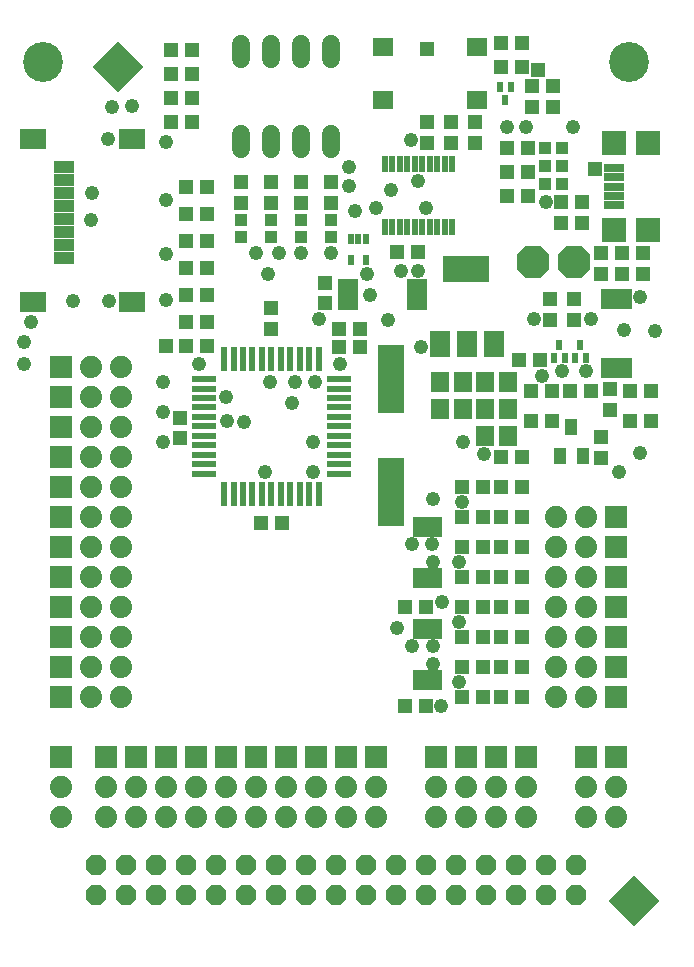
<source format=gts>
G75*
%MOIN*%
%OFA0B0*%
%FSLAX25Y25*%
%IPPOS*%
%LPD*%
%AMOC8*
5,1,8,0,0,1.08239X$1,22.5*
%
%ADD10R,0.05052X0.04934*%
%ADD11R,0.05918X0.07099*%
%ADD12R,0.04934X0.05052*%
%ADD13R,0.03950X0.03950*%
%ADD14OC8,0.06800*%
%ADD15C,0.13300*%
%ADD16R,0.07400X0.07400*%
%ADD17C,0.07400*%
%ADD18R,0.06706X0.03950*%
%ADD19R,0.08674X0.06509*%
%ADD20R,0.07099X0.02769*%
%ADD21R,0.08477X0.08477*%
%ADD22R,0.02375X0.03359*%
%ADD23R,0.05131X0.04737*%
%ADD24R,0.04737X0.05131*%
%ADD25C,0.06000*%
%ADD26OC8,0.10850*%
%ADD27R,0.08280X0.02375*%
%ADD28R,0.02375X0.08280*%
%ADD29R,0.06509X0.02572*%
%ADD30R,0.04343X0.05524*%
%ADD31R,0.02572X0.06706*%
%ADD32R,0.06700X0.08700*%
%ADD33R,0.15800X0.08700*%
%ADD34R,0.01981X0.06509*%
%ADD35R,0.09100X0.22800*%
%ADD36R,0.06902X0.05918*%
%ADD37R,0.02300X0.05300*%
%ADD38R,0.12000X0.12000*%
%ADD39R,0.02375X0.03556*%
%ADD40C,0.04762*%
%ADD41R,0.04762X0.04762*%
D10*
X0142605Y0251855D03*
X0142605Y0258745D03*
X0173105Y0288355D03*
X0173105Y0295245D03*
X0225005Y0350255D03*
X0225005Y0357145D03*
X0260105Y0362355D03*
X0260105Y0369245D03*
X0267105Y0369245D03*
X0267105Y0362355D03*
X0283105Y0313545D03*
X0283105Y0306655D03*
X0290105Y0306655D03*
X0290105Y0313545D03*
X0297105Y0313545D03*
X0297105Y0306655D03*
X0283105Y0252245D03*
X0283105Y0245355D03*
D11*
X0252042Y0252800D03*
X0244168Y0252800D03*
X0244168Y0261800D03*
X0237042Y0261800D03*
X0229168Y0261800D03*
X0229168Y0270800D03*
X0237042Y0270800D03*
X0244168Y0270800D03*
X0252042Y0270800D03*
X0252042Y0261800D03*
D12*
X0255760Y0278000D03*
X0262650Y0278000D03*
X0243550Y0235800D03*
X0236660Y0235800D03*
X0236660Y0225800D03*
X0243550Y0225800D03*
X0243550Y0215800D03*
X0236660Y0215800D03*
X0236660Y0205800D03*
X0243550Y0205800D03*
X0243550Y0195800D03*
X0236660Y0195800D03*
X0236660Y0185800D03*
X0243550Y0185800D03*
X0243550Y0175800D03*
X0236660Y0175800D03*
X0236660Y0165800D03*
X0243550Y0165800D03*
X0224550Y0162800D03*
X0217660Y0162800D03*
X0217660Y0195800D03*
X0224550Y0195800D03*
X0176550Y0223800D03*
X0169660Y0223800D03*
X0151550Y0282800D03*
X0144660Y0282800D03*
X0195660Y0282200D03*
X0195660Y0288300D03*
X0202550Y0288300D03*
X0202550Y0282200D03*
X0214960Y0314100D03*
X0221850Y0314100D03*
X0269660Y0323800D03*
X0276550Y0323800D03*
X0256550Y0383800D03*
X0249660Y0383800D03*
D13*
X0264152Y0348800D03*
X0270058Y0348800D03*
X0270058Y0342800D03*
X0264152Y0342800D03*
X0264152Y0336800D03*
X0270058Y0336800D03*
X0193105Y0324753D03*
X0193105Y0318847D03*
X0183105Y0318847D03*
X0183105Y0324753D03*
X0173105Y0324753D03*
X0173105Y0318847D03*
X0163105Y0318847D03*
X0163105Y0324753D03*
D14*
X0164605Y0109600D03*
X0164605Y0099600D03*
X0174605Y0099600D03*
X0174605Y0109600D03*
X0184605Y0109600D03*
X0184605Y0099600D03*
X0194605Y0099600D03*
X0194605Y0109600D03*
X0204605Y0109600D03*
X0204605Y0099600D03*
X0214605Y0099600D03*
X0214605Y0109600D03*
X0224605Y0109600D03*
X0224605Y0099600D03*
X0234605Y0099600D03*
X0234605Y0109600D03*
X0244605Y0109600D03*
X0244605Y0099600D03*
X0254605Y0099600D03*
X0254605Y0109600D03*
X0264605Y0109600D03*
X0264605Y0099600D03*
X0274605Y0099600D03*
X0274605Y0109600D03*
X0154605Y0109600D03*
X0154605Y0099600D03*
X0144605Y0099600D03*
X0144605Y0109600D03*
X0134605Y0109600D03*
X0134605Y0099600D03*
X0124605Y0099600D03*
X0124605Y0109600D03*
X0114605Y0109600D03*
X0114605Y0099600D03*
D15*
X0096905Y0377300D03*
X0292305Y0377300D03*
D16*
X0288105Y0225800D03*
X0288105Y0215800D03*
X0288105Y0205800D03*
X0288105Y0195800D03*
X0288105Y0185800D03*
X0288105Y0175800D03*
X0288105Y0165800D03*
X0288105Y0145800D03*
X0278105Y0145800D03*
X0258105Y0145800D03*
X0248105Y0145800D03*
X0238105Y0145800D03*
X0228105Y0145800D03*
X0208105Y0145800D03*
X0198105Y0145800D03*
X0188105Y0145800D03*
X0178105Y0145800D03*
X0168105Y0145800D03*
X0158105Y0145800D03*
X0148105Y0145800D03*
X0138105Y0145800D03*
X0128105Y0145800D03*
X0118105Y0145800D03*
X0103105Y0145800D03*
X0103105Y0165800D03*
X0103105Y0175800D03*
X0103105Y0185800D03*
X0103105Y0195800D03*
X0103105Y0205800D03*
X0103105Y0215800D03*
X0103105Y0225800D03*
X0103105Y0235800D03*
X0103105Y0245800D03*
X0103105Y0255800D03*
X0103105Y0265800D03*
X0103105Y0275800D03*
D17*
X0103105Y0125800D03*
X0103105Y0135800D03*
X0118105Y0135800D03*
X0128105Y0135800D03*
X0138105Y0135800D03*
X0138105Y0125800D03*
X0128105Y0125800D03*
X0118105Y0125800D03*
X0148105Y0125800D03*
X0158105Y0125800D03*
X0168105Y0125800D03*
X0178105Y0125800D03*
X0188105Y0125800D03*
X0198105Y0125800D03*
X0208105Y0125800D03*
X0208105Y0135800D03*
X0198105Y0135800D03*
X0188105Y0135800D03*
X0178105Y0135800D03*
X0168105Y0135800D03*
X0158105Y0135800D03*
X0148105Y0135800D03*
X0123105Y0165800D03*
X0123105Y0175800D03*
X0123105Y0185800D03*
X0123105Y0195800D03*
X0123105Y0205800D03*
X0123105Y0215800D03*
X0123105Y0225800D03*
X0123105Y0235800D03*
X0123105Y0245800D03*
X0123105Y0255800D03*
X0123105Y0265800D03*
X0123105Y0275800D03*
X0113105Y0275800D03*
X0113105Y0265800D03*
X0113105Y0255800D03*
X0113105Y0245800D03*
X0113105Y0235800D03*
X0113105Y0225800D03*
X0113105Y0215800D03*
X0113105Y0205800D03*
X0113105Y0195800D03*
X0113105Y0185800D03*
X0113105Y0175800D03*
X0113105Y0165800D03*
X0228105Y0135800D03*
X0228105Y0125800D03*
X0238105Y0125800D03*
X0248105Y0125800D03*
X0258105Y0125800D03*
X0258105Y0135800D03*
X0248105Y0135800D03*
X0238105Y0135800D03*
X0268105Y0165800D03*
X0278105Y0165800D03*
X0278105Y0175800D03*
X0278105Y0185800D03*
X0278105Y0195800D03*
X0278105Y0205800D03*
X0278105Y0215800D03*
X0278105Y0225800D03*
X0268105Y0225800D03*
X0268105Y0215800D03*
X0268105Y0205800D03*
X0268105Y0195800D03*
X0268105Y0185800D03*
X0268105Y0175800D03*
X0278105Y0135800D03*
X0288105Y0135800D03*
X0288105Y0125800D03*
X0278105Y0125800D03*
D18*
X0104010Y0311849D03*
X0104010Y0316180D03*
X0104010Y0320510D03*
X0104010Y0324841D03*
X0104010Y0329172D03*
X0104010Y0333502D03*
X0104010Y0337833D03*
X0104010Y0342164D03*
D19*
X0093774Y0351534D03*
X0126451Y0351534D03*
X0126451Y0297400D03*
X0093774Y0297400D03*
D20*
X0287208Y0329501D03*
X0287208Y0332650D03*
X0287208Y0335800D03*
X0287208Y0338950D03*
X0287208Y0342099D03*
D21*
X0287208Y0350170D03*
X0298625Y0350170D03*
X0298625Y0321430D03*
X0287208Y0321430D03*
D22*
X0276105Y0283064D03*
X0274136Y0278536D03*
X0271073Y0278536D03*
X0267136Y0278536D03*
X0269105Y0283064D03*
X0278073Y0278536D03*
X0251105Y0364536D03*
X0249136Y0369064D03*
X0253073Y0369064D03*
D23*
X0241105Y0357146D03*
X0241105Y0350454D03*
X0233105Y0350454D03*
X0233105Y0357146D03*
X0269759Y0330800D03*
X0276451Y0330800D03*
X0274105Y0298146D03*
X0274105Y0291454D03*
X0266105Y0291454D03*
X0266105Y0298146D03*
X0286105Y0268146D03*
X0286105Y0261454D03*
X0193105Y0330454D03*
X0193105Y0337146D03*
X0183105Y0337146D03*
X0183105Y0330454D03*
X0173105Y0330454D03*
X0173105Y0337146D03*
X0163105Y0337146D03*
X0163105Y0330454D03*
X0191105Y0303646D03*
X0191105Y0296954D03*
D24*
X0151451Y0299800D03*
X0144759Y0299800D03*
X0144759Y0290800D03*
X0151451Y0290800D03*
X0151451Y0308800D03*
X0144759Y0308800D03*
X0144759Y0317800D03*
X0151451Y0317800D03*
X0151451Y0326800D03*
X0144759Y0326800D03*
X0144759Y0335800D03*
X0151451Y0335800D03*
X0146451Y0357300D03*
X0139759Y0357300D03*
X0139759Y0365300D03*
X0146451Y0365300D03*
X0146451Y0373300D03*
X0139759Y0373300D03*
X0139759Y0381300D03*
X0146451Y0381300D03*
X0249759Y0375800D03*
X0256451Y0375800D03*
X0258451Y0348800D03*
X0251759Y0348800D03*
X0251759Y0340800D03*
X0258451Y0340800D03*
X0258451Y0332800D03*
X0251759Y0332800D03*
X0259759Y0267800D03*
X0266451Y0267800D03*
X0272759Y0267800D03*
X0279451Y0267800D03*
X0266451Y0257800D03*
X0259759Y0257800D03*
X0256451Y0245800D03*
X0249759Y0245800D03*
X0249759Y0235800D03*
X0256451Y0235800D03*
X0256451Y0225800D03*
X0249759Y0225800D03*
X0249759Y0215800D03*
X0256451Y0215800D03*
X0256451Y0205800D03*
X0249759Y0205800D03*
X0249759Y0195800D03*
X0256451Y0195800D03*
X0256451Y0185800D03*
X0249759Y0185800D03*
X0249759Y0175800D03*
X0256451Y0175800D03*
X0256451Y0165800D03*
X0249759Y0165800D03*
X0292759Y0257800D03*
X0299451Y0257800D03*
X0299451Y0267800D03*
X0292759Y0267800D03*
D25*
X0193105Y0348200D02*
X0193105Y0353400D01*
X0183105Y0353400D02*
X0183105Y0348200D01*
X0173105Y0348200D02*
X0173105Y0353400D01*
X0163105Y0353400D02*
X0163105Y0348200D01*
X0163105Y0378200D02*
X0163105Y0383400D01*
X0173105Y0383400D02*
X0173105Y0378200D01*
X0183105Y0378200D02*
X0183105Y0383400D01*
X0193105Y0383400D02*
X0193105Y0378200D01*
D26*
X0260193Y0310800D03*
X0274015Y0310717D03*
D27*
X0195497Y0271597D03*
X0195497Y0268448D03*
X0195497Y0265298D03*
X0195497Y0262148D03*
X0195497Y0258999D03*
X0195497Y0255849D03*
X0195497Y0252700D03*
X0195497Y0249550D03*
X0195497Y0246400D03*
X0195497Y0243251D03*
X0195497Y0240101D03*
X0150615Y0240101D03*
X0150615Y0243251D03*
X0150615Y0246400D03*
X0150615Y0249550D03*
X0150615Y0252700D03*
X0150615Y0255849D03*
X0150615Y0258999D03*
X0150615Y0262148D03*
X0150615Y0265298D03*
X0150615Y0268448D03*
X0150615Y0271597D03*
D28*
X0157308Y0278290D03*
X0160457Y0278290D03*
X0163607Y0278290D03*
X0166757Y0278290D03*
X0169906Y0278290D03*
X0173056Y0278290D03*
X0176205Y0278290D03*
X0179355Y0278290D03*
X0182505Y0278290D03*
X0185654Y0278290D03*
X0188804Y0278290D03*
X0188804Y0233408D03*
X0185654Y0233408D03*
X0182505Y0233408D03*
X0179355Y0233408D03*
X0176205Y0233408D03*
X0173056Y0233408D03*
X0169906Y0233408D03*
X0166757Y0233408D03*
X0163607Y0233408D03*
X0160457Y0233408D03*
X0157308Y0233408D03*
D29*
X0198589Y0295961D03*
X0198589Y0298520D03*
X0198589Y0301080D03*
X0198589Y0303639D03*
X0221621Y0303639D03*
X0221621Y0301080D03*
X0221621Y0298520D03*
X0221621Y0295961D03*
D30*
X0269365Y0246076D03*
X0273105Y0255524D03*
X0276845Y0246076D03*
D31*
X0284168Y0275383D03*
X0286727Y0275383D03*
X0289286Y0275383D03*
X0291845Y0275383D03*
X0291845Y0298217D03*
X0289286Y0298217D03*
X0286727Y0298217D03*
X0284168Y0298217D03*
D32*
X0247205Y0283400D03*
X0238205Y0283400D03*
X0229205Y0283400D03*
D33*
X0238105Y0308200D03*
D34*
X0229042Y0222461D03*
X0227073Y0222461D03*
X0225105Y0222461D03*
X0223136Y0222461D03*
X0221168Y0222461D03*
X0221168Y0205139D03*
X0223136Y0205139D03*
X0225105Y0205139D03*
X0227073Y0205139D03*
X0229042Y0205139D03*
X0229042Y0188461D03*
X0227073Y0188461D03*
X0225105Y0188461D03*
X0223136Y0188461D03*
X0221168Y0188461D03*
X0221168Y0171139D03*
X0223136Y0171139D03*
X0225105Y0171139D03*
X0227073Y0171139D03*
X0229042Y0171139D03*
D35*
X0213105Y0234100D03*
X0213105Y0271500D03*
D36*
X0210160Y0364639D03*
X0210160Y0382355D03*
X0241459Y0382355D03*
X0241459Y0364639D03*
D37*
X0233355Y0343350D03*
X0230855Y0343350D03*
X0228355Y0343350D03*
X0225855Y0343350D03*
X0223355Y0343350D03*
X0220855Y0343350D03*
X0218355Y0343350D03*
X0215855Y0343350D03*
X0213355Y0343350D03*
X0210855Y0343350D03*
X0210855Y0322250D03*
X0213355Y0322250D03*
X0215855Y0322250D03*
X0218355Y0322250D03*
X0220855Y0322250D03*
X0223355Y0322250D03*
X0225855Y0322250D03*
X0228355Y0322250D03*
X0230855Y0322250D03*
X0233355Y0322250D03*
D38*
G36*
X0130590Y0375800D02*
X0122105Y0367315D01*
X0113620Y0375800D01*
X0122105Y0384285D01*
X0130590Y0375800D01*
G37*
G36*
X0302590Y0097800D02*
X0294105Y0089315D01*
X0285620Y0097800D01*
X0294105Y0106285D01*
X0302590Y0097800D01*
G37*
D39*
X0204664Y0311454D03*
X0199546Y0311454D03*
X0199546Y0318146D03*
X0202105Y0318146D03*
X0204664Y0318146D03*
D40*
X0201105Y0327800D03*
X0208105Y0328800D03*
X0213105Y0334800D03*
X0222105Y0337800D03*
X0224605Y0328600D03*
X0219605Y0351300D03*
X0199105Y0342200D03*
X0199105Y0335900D03*
X0193105Y0313800D03*
X0204805Y0306800D03*
X0205805Y0299500D03*
X0212105Y0291300D03*
X0223005Y0282300D03*
X0221805Y0307800D03*
X0216305Y0307800D03*
X0195805Y0276600D03*
X0187605Y0270800D03*
X0181105Y0270800D03*
X0180105Y0263800D03*
X0172605Y0270800D03*
X0164005Y0257400D03*
X0158205Y0257500D03*
X0158105Y0265800D03*
X0149105Y0276800D03*
X0137105Y0270800D03*
X0137105Y0260800D03*
X0137105Y0250800D03*
X0171105Y0240800D03*
X0187105Y0240800D03*
X0187105Y0250800D03*
X0188905Y0291800D03*
X0172105Y0306800D03*
X0175605Y0313800D03*
X0183105Y0313800D03*
X0168105Y0313800D03*
X0138105Y0313200D03*
X0138105Y0298100D03*
X0119105Y0297800D03*
X0107105Y0297800D03*
X0093105Y0290800D03*
X0090505Y0283900D03*
X0090505Y0276500D03*
X0113105Y0324759D03*
X0113305Y0333500D03*
X0118605Y0351600D03*
X0120105Y0362400D03*
X0126705Y0362500D03*
X0138105Y0350800D03*
X0138105Y0331300D03*
X0227105Y0231800D03*
X0236605Y0230800D03*
X0226605Y0216800D03*
X0227105Y0210800D03*
X0219905Y0216800D03*
X0235605Y0210800D03*
X0230105Y0197300D03*
X0235605Y0190800D03*
X0227105Y0182800D03*
X0227105Y0176800D03*
X0219905Y0182800D03*
X0215105Y0188800D03*
X0229605Y0162800D03*
X0235605Y0170800D03*
X0289105Y0240800D03*
X0295857Y0246967D03*
X0278105Y0274200D03*
X0270105Y0274200D03*
X0263205Y0272800D03*
X0260605Y0291800D03*
X0279705Y0291700D03*
X0290605Y0287883D03*
X0300851Y0287800D03*
X0295857Y0299134D03*
X0264699Y0330619D03*
X0257805Y0355500D03*
X0251705Y0355500D03*
X0273605Y0355800D03*
X0237105Y0250800D03*
X0244105Y0246800D03*
D41*
X0281105Y0341800D03*
X0262105Y0374800D03*
X0225105Y0381800D03*
X0138105Y0282800D03*
M02*

</source>
